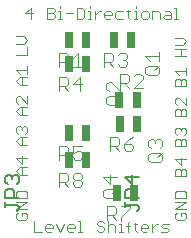
<source format=gbr>
G04 EAGLE Gerber RS-274X export*
G75*
%MOMM*%
%FSLAX34Y34*%
%LPD*%
%INSilkscreen Top*%
%IPPOS*%
%AMOC8*
5,1,8,0,0,1.08239X$1,22.5*%
G01*
%ADD10C,0.076200*%
%ADD11C,0.101600*%
%ADD12R,0.650000X1.400000*%
%ADD13C,0.127000*%


D10*
X148209Y156931D02*
X138803Y156931D01*
X143506Y156931D02*
X143506Y163201D01*
X138803Y163201D02*
X148209Y163201D01*
X145074Y166286D02*
X138803Y166286D01*
X145074Y166286D02*
X148209Y169421D01*
X145074Y172557D01*
X138803Y172557D01*
X13589Y157861D02*
X4183Y157861D01*
X13589Y157861D02*
X13589Y164132D01*
X10454Y167216D02*
X4183Y167216D01*
X10454Y167216D02*
X13589Y170352D01*
X10454Y173487D01*
X4183Y173487D01*
X138803Y106131D02*
X148209Y106131D01*
X138803Y106131D02*
X138803Y110834D01*
X140371Y112401D01*
X141938Y112401D01*
X143506Y110834D01*
X145074Y112401D01*
X146641Y112401D01*
X148209Y110834D01*
X148209Y106131D01*
X143506Y106131D02*
X143506Y110834D01*
X148209Y115486D02*
X148209Y121757D01*
X148209Y115486D02*
X141938Y121757D01*
X140371Y121757D01*
X138803Y120189D01*
X138803Y117053D01*
X140371Y115486D01*
X140371Y24306D02*
X138803Y22738D01*
X138803Y19603D01*
X140371Y18035D01*
X146641Y18035D01*
X148209Y19603D01*
X148209Y22738D01*
X146641Y24306D01*
X143506Y24306D01*
X143506Y21171D01*
X148209Y27391D02*
X138803Y27391D01*
X148209Y33661D01*
X138803Y33661D01*
X138803Y36746D02*
X148209Y36746D01*
X148209Y41449D01*
X146641Y43017D01*
X140371Y43017D01*
X138803Y41449D01*
X138803Y36746D01*
X138803Y131531D02*
X148209Y131531D01*
X138803Y131531D02*
X138803Y136234D01*
X140371Y137801D01*
X141938Y137801D01*
X143506Y136234D01*
X145074Y137801D01*
X146641Y137801D01*
X148209Y136234D01*
X148209Y131531D01*
X143506Y131531D02*
X143506Y136234D01*
X141938Y140886D02*
X138803Y144021D01*
X148209Y144021D01*
X148209Y140886D02*
X148209Y147157D01*
X13589Y107061D02*
X7318Y107061D01*
X4183Y110196D01*
X7318Y113332D01*
X13589Y113332D01*
X8886Y113332D02*
X8886Y107061D01*
X13589Y116416D02*
X13589Y122687D01*
X13589Y116416D02*
X7318Y122687D01*
X5751Y122687D01*
X4183Y121119D01*
X4183Y117984D01*
X5751Y116416D01*
X5751Y24306D02*
X4183Y22738D01*
X4183Y19603D01*
X5751Y18035D01*
X12021Y18035D01*
X13589Y19603D01*
X13589Y22738D01*
X12021Y24306D01*
X8886Y24306D01*
X8886Y21171D01*
X13589Y27391D02*
X4183Y27391D01*
X13589Y33661D01*
X4183Y33661D01*
X4183Y36746D02*
X13589Y36746D01*
X13589Y41449D01*
X12021Y43017D01*
X5751Y43017D01*
X4183Y41449D01*
X4183Y36746D01*
X7318Y132461D02*
X13589Y132461D01*
X7318Y132461D02*
X4183Y135596D01*
X7318Y138732D01*
X13589Y138732D01*
X8886Y138732D02*
X8886Y132461D01*
X7318Y141816D02*
X4183Y144952D01*
X13589Y144952D01*
X13589Y148087D02*
X13589Y141816D01*
X16514Y188341D02*
X16514Y197747D01*
X11811Y193044D01*
X18082Y193044D01*
X30521Y188341D02*
X30521Y197747D01*
X35224Y197747D01*
X36792Y196179D01*
X36792Y194612D01*
X35224Y193044D01*
X36792Y191476D01*
X36792Y189909D01*
X35224Y188341D01*
X30521Y188341D01*
X30521Y193044D02*
X35224Y193044D01*
X39877Y194612D02*
X41444Y194612D01*
X41444Y188341D01*
X39877Y188341D02*
X43012Y188341D01*
X41444Y197747D02*
X41444Y199315D01*
X46113Y193044D02*
X52384Y193044D01*
X55469Y197747D02*
X55469Y188341D01*
X60172Y188341D01*
X61739Y189909D01*
X61739Y196179D01*
X60172Y197747D01*
X55469Y197747D01*
X64824Y194612D02*
X66391Y194612D01*
X66391Y188341D01*
X64824Y188341D02*
X67959Y188341D01*
X66391Y197747D02*
X66391Y199315D01*
X71061Y194612D02*
X71061Y188341D01*
X71061Y191476D02*
X74196Y194612D01*
X75764Y194612D01*
X80424Y188341D02*
X83559Y188341D01*
X80424Y188341D02*
X78856Y189909D01*
X78856Y193044D01*
X80424Y194612D01*
X83559Y194612D01*
X85127Y193044D01*
X85127Y191476D01*
X78856Y191476D01*
X89779Y194612D02*
X94482Y194612D01*
X89779Y194612D02*
X88212Y193044D01*
X88212Y189909D01*
X89779Y188341D01*
X94482Y188341D01*
X99135Y189909D02*
X99135Y196179D01*
X99135Y189909D02*
X100702Y188341D01*
X100702Y194612D02*
X97567Y194612D01*
X103804Y194612D02*
X105371Y194612D01*
X105371Y188341D01*
X103804Y188341D02*
X106939Y188341D01*
X105371Y197747D02*
X105371Y199315D01*
X111608Y188341D02*
X114743Y188341D01*
X116311Y189909D01*
X116311Y193044D01*
X114743Y194612D01*
X111608Y194612D01*
X110040Y193044D01*
X110040Y189909D01*
X111608Y188341D01*
X119396Y188341D02*
X119396Y194612D01*
X124099Y194612D01*
X125666Y193044D01*
X125666Y188341D01*
X130318Y194612D02*
X133454Y194612D01*
X135021Y193044D01*
X135021Y188341D01*
X130318Y188341D01*
X128751Y189909D01*
X130318Y191476D01*
X135021Y191476D01*
X138106Y197747D02*
X139674Y197747D01*
X139674Y188341D01*
X141241Y188341D02*
X138106Y188341D01*
X19431Y17407D02*
X19431Y8001D01*
X25702Y8001D01*
X30354Y8001D02*
X33489Y8001D01*
X30354Y8001D02*
X28786Y9569D01*
X28786Y12704D01*
X30354Y14272D01*
X33489Y14272D01*
X35057Y12704D01*
X35057Y11136D01*
X28786Y11136D01*
X38141Y14272D02*
X41277Y8001D01*
X44412Y14272D01*
X49064Y8001D02*
X52200Y8001D01*
X49064Y8001D02*
X47497Y9569D01*
X47497Y12704D01*
X49064Y14272D01*
X52200Y14272D01*
X53767Y12704D01*
X53767Y11136D01*
X47497Y11136D01*
X56852Y17407D02*
X58419Y17407D01*
X58419Y8001D01*
X56852Y8001D02*
X59987Y8001D01*
X77147Y17407D02*
X78714Y15839D01*
X77147Y17407D02*
X74011Y17407D01*
X72444Y15839D01*
X72444Y14272D01*
X74011Y12704D01*
X77147Y12704D01*
X78714Y11136D01*
X78714Y9569D01*
X77147Y8001D01*
X74011Y8001D01*
X72444Y9569D01*
X81799Y8001D02*
X81799Y17407D01*
X83367Y14272D02*
X81799Y12704D01*
X83367Y14272D02*
X86502Y14272D01*
X88070Y12704D01*
X88070Y8001D01*
X91154Y14272D02*
X92722Y14272D01*
X92722Y8001D01*
X94289Y8001D02*
X91154Y8001D01*
X92722Y17407D02*
X92722Y18975D01*
X98959Y15839D02*
X98959Y8001D01*
X98959Y15839D02*
X100526Y17407D01*
X100526Y12704D02*
X97391Y12704D01*
X105195Y15839D02*
X105195Y9569D01*
X106763Y8001D01*
X106763Y14272D02*
X103628Y14272D01*
X111432Y8001D02*
X114567Y8001D01*
X111432Y8001D02*
X109864Y9569D01*
X109864Y12704D01*
X111432Y14272D01*
X114567Y14272D01*
X116135Y12704D01*
X116135Y11136D01*
X109864Y11136D01*
X119220Y8001D02*
X119220Y14272D01*
X122355Y14272D02*
X119220Y11136D01*
X122355Y14272D02*
X123923Y14272D01*
X127016Y8001D02*
X131719Y8001D01*
X133286Y9569D01*
X131719Y11136D01*
X128583Y11136D01*
X127016Y12704D01*
X128583Y14272D01*
X133286Y14272D01*
X13589Y56261D02*
X7318Y56261D01*
X4183Y59396D01*
X7318Y62532D01*
X13589Y62532D01*
X8886Y62532D02*
X8886Y56261D01*
X13589Y70319D02*
X4183Y70319D01*
X8886Y65616D01*
X8886Y71887D01*
X7318Y81661D02*
X13589Y81661D01*
X7318Y81661D02*
X4183Y84796D01*
X7318Y87932D01*
X13589Y87932D01*
X8886Y87932D02*
X8886Y81661D01*
X5751Y91016D02*
X4183Y92584D01*
X4183Y95719D01*
X5751Y97287D01*
X7318Y97287D01*
X8886Y95719D01*
X8886Y94152D01*
X8886Y95719D02*
X10454Y97287D01*
X12021Y97287D01*
X13589Y95719D01*
X13589Y92584D01*
X12021Y91016D01*
X138803Y80731D02*
X148209Y80731D01*
X138803Y80731D02*
X138803Y85434D01*
X140371Y87001D01*
X141938Y87001D01*
X143506Y85434D01*
X145074Y87001D01*
X146641Y87001D01*
X148209Y85434D01*
X148209Y80731D01*
X143506Y80731D02*
X143506Y85434D01*
X140371Y90086D02*
X138803Y91653D01*
X138803Y94789D01*
X140371Y96357D01*
X141938Y96357D01*
X143506Y94789D01*
X143506Y93221D01*
X143506Y94789D02*
X145074Y96357D01*
X146641Y96357D01*
X148209Y94789D01*
X148209Y91653D01*
X146641Y90086D01*
X148209Y55331D02*
X138803Y55331D01*
X138803Y60034D01*
X140371Y61601D01*
X141938Y61601D01*
X143506Y60034D01*
X145074Y61601D01*
X146641Y61601D01*
X148209Y60034D01*
X148209Y55331D01*
X143506Y55331D02*
X143506Y60034D01*
X148209Y69389D02*
X138803Y69389D01*
X143506Y64686D01*
X143506Y70957D01*
D11*
X90253Y115550D02*
X82457Y115550D01*
X80508Y117499D01*
X80508Y121397D01*
X82457Y123346D01*
X90253Y123346D01*
X92202Y121397D01*
X92202Y117499D01*
X90253Y115550D01*
X88304Y119448D02*
X92202Y123346D01*
X92202Y127244D02*
X92202Y135040D01*
X92202Y127244D02*
X84406Y135040D01*
X82457Y135040D01*
X80508Y133091D01*
X80508Y129193D01*
X82457Y127244D01*
X115477Y140950D02*
X123273Y140950D01*
X115477Y140950D02*
X113528Y142899D01*
X113528Y146797D01*
X115477Y148746D01*
X123273Y148746D01*
X125222Y146797D01*
X125222Y142899D01*
X123273Y140950D01*
X121324Y144848D02*
X125222Y148746D01*
X117426Y152644D02*
X113528Y156542D01*
X125222Y156542D01*
X125222Y152644D02*
X125222Y160440D01*
D12*
X106374Y119395D03*
X91642Y119395D03*
D11*
X91948Y130048D02*
X91948Y141742D01*
X97795Y141742D01*
X99744Y139793D01*
X99744Y135895D01*
X97795Y133946D01*
X91948Y133946D01*
X95846Y133946D02*
X99744Y130048D01*
X103642Y130048D02*
X111438Y130048D01*
X103642Y130048D02*
X111438Y137844D01*
X111438Y139793D01*
X109489Y141742D01*
X105591Y141742D01*
X103642Y139793D01*
D12*
X86666Y170165D03*
X101398Y170165D03*
D11*
X78720Y159522D02*
X78720Y147828D01*
X78720Y159522D02*
X84567Y159522D01*
X86516Y157573D01*
X86516Y153675D01*
X84567Y151726D01*
X78720Y151726D01*
X82618Y151726D02*
X86516Y147828D01*
X90414Y157573D02*
X92363Y159522D01*
X96261Y159522D01*
X98210Y157573D01*
X98210Y155624D01*
X96261Y153675D01*
X94312Y153675D01*
X96261Y153675D02*
X98210Y151726D01*
X98210Y149777D01*
X96261Y147828D01*
X92363Y147828D01*
X90414Y149777D01*
D12*
X48566Y149845D03*
X63298Y149845D03*
D11*
X40620Y139202D02*
X40620Y127508D01*
X40620Y139202D02*
X46467Y139202D01*
X48416Y137253D01*
X48416Y133355D01*
X46467Y131406D01*
X40620Y131406D01*
X44518Y131406D02*
X48416Y127508D01*
X58161Y127508D02*
X58161Y139202D01*
X52314Y133355D01*
X60110Y133355D01*
D12*
X48566Y170165D03*
X63298Y170165D03*
D11*
X40620Y159522D02*
X40620Y147828D01*
X40620Y159522D02*
X46467Y159522D01*
X48416Y157573D01*
X48416Y153675D01*
X46467Y151726D01*
X40620Y151726D01*
X44518Y151726D02*
X48416Y147828D01*
X52314Y155624D02*
X56212Y159522D01*
X56212Y147828D01*
X52314Y147828D02*
X60110Y147828D01*
D13*
X6477Y27180D02*
X4570Y25273D01*
X6477Y27180D02*
X6477Y29086D01*
X4570Y30993D01*
X-4963Y30993D01*
X-4963Y29086D02*
X-4963Y32900D01*
X-4963Y36967D02*
X6477Y36967D01*
X-4963Y36967D02*
X-4963Y42687D01*
X-3056Y44593D01*
X757Y44593D01*
X2664Y42687D01*
X2664Y36967D01*
X-3056Y48661D02*
X-4963Y50568D01*
X-4963Y54381D01*
X-3056Y56287D01*
X-1150Y56287D01*
X757Y54381D01*
X757Y52474D01*
X757Y54381D02*
X2664Y56287D01*
X4570Y56287D01*
X6477Y54381D01*
X6477Y50568D01*
X4570Y48661D01*
X106170Y25273D02*
X108077Y27180D01*
X108077Y29086D01*
X106170Y30993D01*
X96637Y30993D01*
X96637Y29086D02*
X96637Y32900D01*
X96637Y36967D02*
X108077Y36967D01*
X96637Y36967D02*
X96637Y42687D01*
X98544Y44593D01*
X102357Y44593D01*
X104264Y42687D01*
X104264Y36967D01*
X108077Y54381D02*
X96637Y54381D01*
X102357Y48661D01*
X102357Y56287D01*
D11*
X118017Y67290D02*
X125813Y67290D01*
X118017Y67290D02*
X116068Y69239D01*
X116068Y73137D01*
X118017Y75086D01*
X125813Y75086D01*
X127762Y73137D01*
X127762Y69239D01*
X125813Y67290D01*
X123864Y71188D02*
X127762Y75086D01*
X118017Y78984D02*
X116068Y80933D01*
X116068Y84831D01*
X118017Y86780D01*
X119966Y86780D01*
X121915Y84831D01*
X121915Y82882D01*
X121915Y84831D02*
X123864Y86780D01*
X125813Y86780D01*
X127762Y84831D01*
X127762Y80933D01*
X125813Y78984D01*
D12*
X48566Y91425D03*
X63298Y91425D03*
D11*
X40620Y80782D02*
X40620Y69088D01*
X40620Y80782D02*
X46467Y80782D01*
X48416Y78833D01*
X48416Y74935D01*
X46467Y72986D01*
X40620Y72986D01*
X44518Y72986D02*
X48416Y69088D01*
X52314Y80782D02*
X60110Y80782D01*
X52314Y80782D02*
X52314Y74935D01*
X56212Y76884D01*
X58161Y76884D01*
X60110Y74935D01*
X60110Y71037D01*
X58161Y69088D01*
X54263Y69088D01*
X52314Y71037D01*
D12*
X91746Y99045D03*
X106478Y99045D03*
D11*
X83800Y88402D02*
X83800Y76708D01*
X83800Y88402D02*
X89647Y88402D01*
X91596Y86453D01*
X91596Y82555D01*
X89647Y80606D01*
X83800Y80606D01*
X87698Y80606D02*
X91596Y76708D01*
X99392Y86453D02*
X103290Y88402D01*
X99392Y86453D02*
X95494Y82555D01*
X95494Y78657D01*
X97443Y76708D01*
X101341Y76708D01*
X103290Y78657D01*
X103290Y80606D01*
X101341Y82555D01*
X95494Y82555D01*
X87713Y36810D02*
X79917Y36810D01*
X77968Y38759D01*
X77968Y42657D01*
X79917Y44606D01*
X87713Y44606D01*
X89662Y42657D01*
X89662Y38759D01*
X87713Y36810D01*
X85764Y40708D02*
X89662Y44606D01*
X89662Y54351D02*
X77968Y54351D01*
X83815Y48504D01*
X83815Y56300D01*
D12*
X89206Y40625D03*
X103938Y40625D03*
D11*
X81260Y29982D02*
X81260Y18288D01*
X81260Y29982D02*
X87107Y29982D01*
X89056Y28033D01*
X89056Y24135D01*
X87107Y22186D01*
X81260Y22186D01*
X85158Y22186D02*
X89056Y18288D01*
X92954Y29982D02*
X100750Y29982D01*
X100750Y28033D01*
X92954Y20237D01*
X92954Y18288D01*
D12*
X48566Y68565D03*
X63298Y68565D03*
D11*
X40620Y57922D02*
X40620Y46228D01*
X40620Y57922D02*
X46467Y57922D01*
X48416Y55973D01*
X48416Y52075D01*
X46467Y50126D01*
X40620Y50126D01*
X44518Y50126D02*
X48416Y46228D01*
X52314Y55973D02*
X54263Y57922D01*
X58161Y57922D01*
X60110Y55973D01*
X60110Y54024D01*
X58161Y52075D01*
X60110Y50126D01*
X60110Y48177D01*
X58161Y46228D01*
X54263Y46228D01*
X52314Y48177D01*
X52314Y50126D01*
X54263Y52075D01*
X52314Y54024D01*
X52314Y55973D01*
X54263Y52075D02*
X58161Y52075D01*
M02*

</source>
